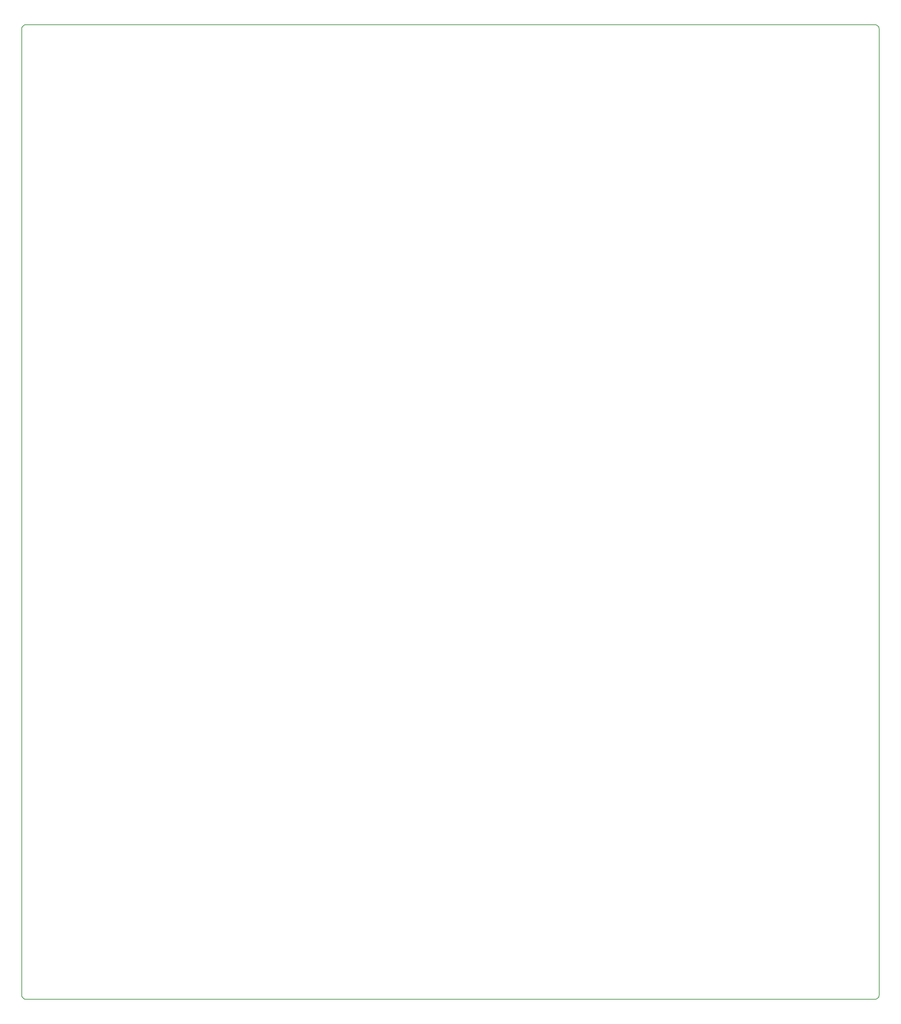
<source format=gko>
G04 PROTEUS RS274X GERBER FILE*
%FSLAX24Y24*%
%MOIN*%
%ADD45C,0.0080*%
G54D45*
X-42913Y-39370D02*
X+42913Y-39370D01*
X+43307Y-38976D02*
X+43307Y+58661D01*
X+42913Y+59055D02*
X-42913Y+59055D01*
X-43307Y-38976D02*
X-43299Y-39056D01*
X-43277Y-39131D01*
X-43193Y-39256D01*
X-43068Y-39340D01*
X-42993Y-39362D01*
X-42913Y-39370D01*
X+42913Y-39370D02*
X+42993Y-39362D01*
X+43068Y-39340D01*
X+43193Y-39256D01*
X+43277Y-39131D01*
X+43299Y-39056D01*
X+43307Y-38976D01*
X+42913Y+59055D02*
X+42993Y+59047D01*
X+43068Y+59025D01*
X+43193Y+58941D01*
X+43277Y+58816D01*
X+43299Y+58741D01*
X+43307Y+58661D01*
X-43307Y+58661D02*
X-43299Y+58741D01*
X-43277Y+58816D01*
X-43193Y+58941D01*
X-43068Y+59025D01*
X-42993Y+59047D01*
X-42913Y+59055D01*
X-43307Y+58661D02*
X-43307Y-38976D01*
M00*

</source>
